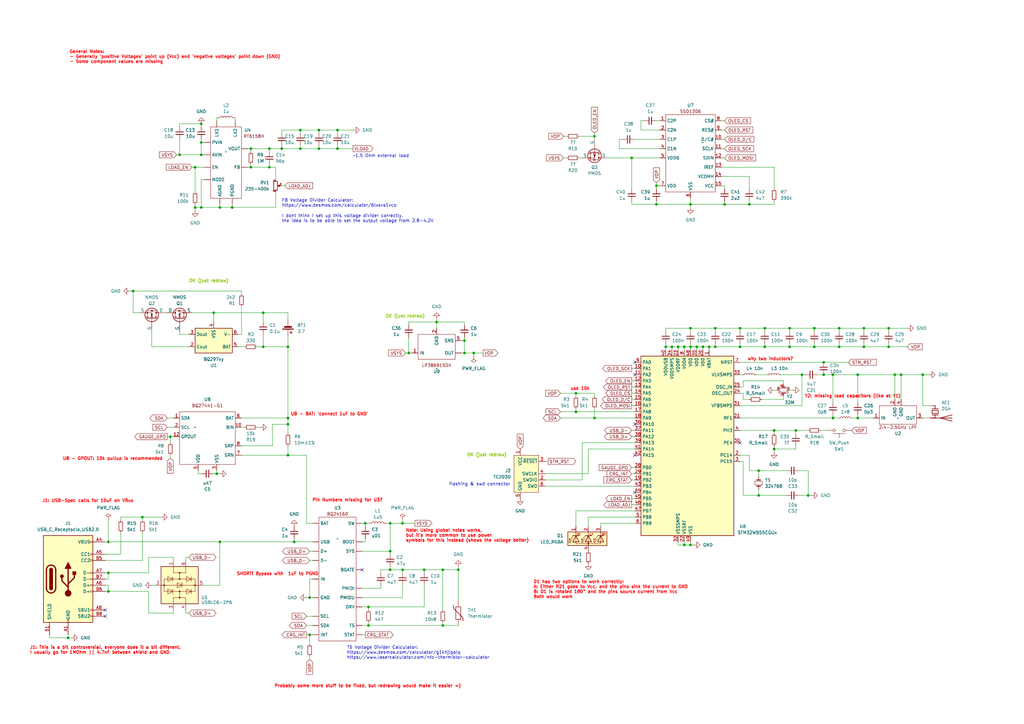
<source format=kicad_sch>
(kicad_sch (version 20231120) (generator "eeschema") (generator_version "8.0")
  (paper "A3")
  (junction (at 138.43 53.34))
  (junction (at 378.46 153.67))
  (junction (at 337.82 148.59))
  (junction (at 102.87 60.96))
  (junction (at 130.81 60.96))
  (junction (at 351.79 171.45))
  (junction (at 297.18 83.82))
  (junction (at 285.75 142.24))
  (junction (at 118.11 186.69))
  (junction (at 311.15 193.04))
  (junction (at 278.13 142.24))
  (junction (at 165.1 214.63))
  (junction (at 283.21 134.62))
  (junction (at 288.29 142.24))
  (junction (at 323.85 134.62))
  (junction (at 354.33 134.62))
  (junction (at 311.15 203.2))
  (junction (at 118.11 173.99))
  (junction (at 303.53 134.62))
  (junction (at 273.05 142.24))
  (junction (at 269.24 83.82))
  (junction (at 127 245.11))
  (junction (at 181.61 233.68))
  (junction (at 369.57 153.67))
  (junction (at 151.13 256.54))
  (junction (at 344.17 142.24))
  (junction (at 107.95 128.27))
  (junction (at 275.59 142.24))
  (junction (at 123.19 53.34))
  (junction (at 44.45 222.25))
  (junction (at 160.02 214.63))
  (junction (at 341.63 153.67))
  (junction (at 58.42 212.09))
  (junction (at 82.55 58.42))
  (junction (at 120.65 222.25))
  (junction (at 107.95 142.24))
  (junction (at 367.03 153.67))
  (junction (at 317.5 184.15))
  (junction (at 334.01 134.62))
  (junction (at 283.21 83.82))
  (junction (at 44.45 234.95))
  (junction (at 165.1 233.68))
  (junction (at 160.02 233.68))
  (junction (at 149.86 214.63))
  (junction (at 243.84 55.88))
  (junction (at 313.69 134.62))
  (junction (at 236.22 161.29))
  (junction (at 334.01 142.24))
  (junction (at 283.21 223.52))
  (junction (at 127 260.35))
  (junction (at 87.63 128.27))
  (junction (at 307.34 83.82))
  (junction (at 323.85 142.24))
  (junction (at 44.45 242.57))
  (junction (at 130.81 53.34))
  (junction (at 167.64 144.78))
  (junction (at 364.49 142.24))
  (junction (at 187.96 233.68))
  (junction (at 179.07 132.08))
  (junction (at 280.67 223.52))
  (junction (at 269.24 76.2))
  (junction (at 190.5 144.78))
  (junction (at 364.49 134.62))
  (junction (at 73.66 63.5))
  (junction (at 280.67 142.24))
  (junction (at 303.53 142.24))
  (junction (at 293.37 134.62))
  (junction (at 243.84 171.45))
  (junction (at 341.63 171.45))
  (junction (at 90.17 222.25))
  (junction (at 54.61 119.38))
  (junction (at 118.11 142.24))
  (junction (at 80.01 68.58))
  (junction (at 80.01 85.09))
  (junction (at 331.47 203.2))
  (junction (at 290.83 142.24))
  (junction (at 313.69 142.24))
  (junction (at 328.93 153.67))
  (junction (at 344.17 134.62))
  (junction (at 110.49 60.96))
  (junction (at 317.5 176.53))
  (junction (at 236.22 168.91))
  (junction (at 82.55 85.09))
  (junction (at 326.39 176.53))
  (junction (at 354.33 142.24))
  (junction (at 259.08 64.77))
  (junction (at 151.13 248.92))
  (junction (at 160.02 226.06))
  (junction (at 337.82 153.67))
  (junction (at 118.11 171.45))
  (junction (at 110.49 68.58))
  (junction (at 82.55 63.5))
  (junction (at 115.57 60.96))
  (junction (at 173.99 233.68))
  (junction (at 123.19 60.96))
  (junction (at 293.37 142.24))
  (junction (at 88.9 194.31))
  (junction (at 69.85 179.07))
  (junction (at 194.31 144.78))
  (junction (at 102.87 68.58))
  (junction (at 190.5 139.7))
  (junction (at 27.94 261.62))
  (junction (at 181.61 256.54))
  (junction (at 138.43 60.96))
  (junction (at 283.21 142.24))
  (junction (at 95.25 85.09))
  (junction (at 90.17 85.09))
  (junction (at 351.79 153.67))
  (junction (at 82.55 50.8))
  (no_connect (at 43.18 252.73))
  (no_connect (at 260.35 186.69))
  (no_connect (at 260.35 201.93))
  (no_connect (at 260.35 153.67))
  (no_connect (at 260.35 148.59))
  (no_connect (at 260.35 173.99))
  (no_connect (at 148.59 233.68))
  (no_connect (at 303.53 181.61))
  (no_connect (at 43.18 250.19))
  (wire (pts (xy 189.23 139.7) (xy 190.5 139.7)))
  (wire (pts (xy 321.31 163.83) (xy 312.42 163.83)))
  (wire (pts (xy 44.45 240.03) (xy 44.45 242.57)))
  (wire (pts (xy 105.41 142.24) (xy 107.95 142.24)))
  (wire (pts (xy 246.38 214.63) (xy 260.35 214.63)))
  (wire (pts (xy 76.2 228.6) (xy 77.47 228.6)))
  (wire (pts (xy 323.85 134.62) (xy 313.69 134.62)))
  (wire (pts (xy 73.66 52.07) (xy 73.66 50.8)))
  (wire (pts (xy 43.18 242.57) (xy 44.45 242.57)))
  (wire (pts (xy 243.84 171.45) (xy 260.35 171.45)))
  (wire (pts (xy 118.11 138.43) (xy 118.11 142.24)))
  (wire (pts (xy 344.17 134.62) (xy 344.17 135.89)))
  (wire (pts (xy 259.08 196.85) (xy 260.35 196.85)))
  (wire (pts (xy 125.73 260.35) (xy 127 260.35)))
  (wire (pts (xy 328.93 166.37) (xy 303.53 166.37)))
  (wire (pts (xy 311.15 200.66) (xy 311.15 203.2)))
  (wire (pts (xy 148.59 226.06) (xy 160.02 226.06)))
  (wire (pts (xy 280.67 223.52) (xy 283.21 223.52)))
  (wire (pts (xy 130.81 60.96) (xy 138.43 60.96)))
  (wire (pts (xy 102.87 68.58) (xy 110.49 68.58)))
  (wire (pts (xy 364.49 134.62) (xy 372.11 134.62)))
  (wire (pts (xy 259.08 83.82) (xy 259.08 82.55)))
  (wire (pts (xy 76.2 251.46) (xy 77.47 251.46)))
  (wire (pts (xy 381 153.67) (xy 378.46 153.67)))
  (wire (pts (xy 229.87 168.91) (xy 236.22 168.91)))
  (wire (pts (xy 328.93 153.67) (xy 320.04 153.67)))
  (wire (pts (xy 280.67 222.25) (xy 280.67 223.52)))
  (wire (pts (xy 80.01 68.58) (xy 83.82 68.58)))
  (wire (pts (xy 130.81 53.34) (xy 123.19 53.34)))
  (wire (pts (xy 293.37 134.62) (xy 293.37 135.89)))
  (wire (pts (xy 369.57 153.67) (xy 369.57 163.83)))
  (wire (pts (xy 167.64 144.78) (xy 167.64 138.43)))
  (wire (pts (xy 120.65 222.25) (xy 128.27 222.25)))
  (wire (pts (xy 148.59 214.63) (xy 149.86 214.63)))
  (wire (pts (xy 303.53 189.23) (xy 304.8 189.23)))
  (wire (pts (xy 107.95 132.08) (xy 107.95 128.27)))
  (wire (pts (xy 270.51 76.2) (xy 269.24 76.2)))
  (wire (pts (xy 115.57 53.34) (xy 115.57 54.61)))
  (wire (pts (xy 241.3 212.09) (xy 260.35 212.09)))
  (wire (pts (xy 326.39 182.88) (xy 326.39 184.15)))
  (wire (pts (xy 238.76 181.61) (xy 260.35 181.61)))
  (wire (pts (xy 66.04 212.09) (xy 58.42 212.09)))
  (wire (pts (xy 303.53 142.24) (xy 293.37 142.24)))
  (wire (pts (xy 311.15 193.04) (xy 311.15 195.58)))
  (wire (pts (xy 99.06 182.88) (xy 111.76 182.88)))
  (wire (pts (xy 149.86 214.63) (xy 149.86 215.9)))
  (wire (pts (xy 280.67 143.51) (xy 280.67 142.24)))
  (wire (pts (xy 125.73 252.73) (xy 128.27 252.73)))
  (wire (pts (xy 111.76 173.99) (xy 118.11 173.99)))
  (wire (pts (xy 317.5 160.02) (xy 318.77 160.02)))
  (wire (pts (xy 323.85 134.62) (xy 334.01 134.62)))
  (wire (pts (xy 241.3 184.15) (xy 241.3 194.31)))
  (wire (pts (xy 99.06 137.16) (xy 97.79 137.16)))
  (wire (pts (xy 69.85 179.07) (xy 69.85 181.61)))
  (wire (pts (xy 144.78 53.34) (xy 138.43 53.34)))
  (wire (pts (xy 293.37 134.62) (xy 283.21 134.62)))
  (wire (pts (xy 82.55 57.15) (xy 82.55 58.42)))
  (wire (pts (xy 90.17 85.09) (xy 95.25 85.09)))
  (wire (pts (xy 160.02 233.68) (xy 160.02 232.41)))
  (wire (pts (xy 334.01 134.62) (xy 344.17 134.62)))
  (wire (pts (xy 82.55 85.09) (xy 90.17 85.09)))
  (wire (pts (xy 49.53 213.36) (xy 49.53 212.09)))
  (wire (pts (xy 127 229.87) (xy 128.27 229.87)))
  (wire (pts (xy 20.32 260.35) (xy 20.32 261.62)))
  (wire (pts (xy 254 60.96) (xy 270.51 60.96)))
  (wire (pts (xy 179.07 134.62) (xy 179.07 132.08)))
  (wire (pts (xy 73.66 135.89) (xy 73.66 137.16)))
  (wire (pts (xy 111.76 182.88) (xy 111.76 173.99)))
  (wire (pts (xy 238.76 181.61) (xy 238.76 196.85)))
  (wire (pts (xy 351.79 153.67) (xy 341.63 153.67)))
  (wire (pts (xy 165.1 234.95) (xy 165.1 233.68)))
  (wire (pts (xy 238.76 196.85) (xy 223.52 196.85)))
  (wire (pts (xy 156.21 240.03) (xy 156.21 241.3)))
  (wire (pts (xy 81.28 194.31) (xy 81.28 193.04)))
  (wire (pts (xy 160.02 233.68) (xy 165.1 233.68)))
  (wire (pts (xy 260.35 57.15) (xy 270.51 57.15)))
  (wire (pts (xy 248.92 64.77) (xy 259.08 64.77)))
  (wire (pts (xy 87.63 128.27) (xy 78.74 128.27)))
  (wire (pts (xy 167.64 144.78) (xy 168.91 144.78)))
  (wire (pts (xy 187.96 232.41) (xy 187.96 233.68)))
  (wire (pts (xy 160.02 233.68) (xy 156.21 233.68)))
  (wire (pts (xy 102.87 60.96) (xy 102.87 62.23)))
  (wire (pts (xy 149.86 214.63) (xy 151.13 214.63)))
  (wire (pts (xy 330.2 153.67) (xy 328.93 153.67)))
  (wire (pts (xy 322.58 193.04) (xy 311.15 193.04)))
  (wire (pts (xy 246.38 214.63) (xy 246.38 215.9)))
  (wire (pts (xy 317.5 182.88) (xy 317.5 184.15)))
  (wire (pts (xy 82.55 73.66) (xy 82.55 85.09)))
  (wire (pts (xy 76.2 250.19) (xy 76.2 251.46)))
  (wire (pts (xy 102.87 68.58) (xy 101.6 68.58)))
  (wire (pts (xy 280.67 142.24) (xy 283.21 142.24)))
  (wire (pts (xy 80.01 83.82) (xy 80.01 85.09)))
  (wire (pts (xy 223.52 199.39) (xy 260.35 199.39)))
  (wire (pts (xy 71.12 179.07) (xy 69.85 179.07)))
  (wire (pts (xy 317.5 83.82) (xy 307.34 83.82)))
  (wire (pts (xy 283.21 83.82) (xy 269.24 83.82)))
  (wire (pts (xy 288.29 142.24) (xy 290.83 142.24)))
  (wire (pts (xy 304.8 153.67) (xy 303.53 153.67)))
  (wire (pts (xy 148.59 241.3) (xy 156.21 241.3)))
  (wire (pts (xy 273.05 143.51) (xy 273.05 142.24)))
  (wire (pts (xy 307.34 82.55) (xy 307.34 83.82)))
  (wire (pts (xy 264.16 49.53) (xy 262.89 49.53)))
  (wire (pts (xy 259.08 161.29) (xy 260.35 161.29)))
  (wire (pts (xy 229.87 171.45) (xy 243.84 171.45)))
  (wire (pts (xy 335.28 153.67) (xy 337.82 153.67)))
  (wire (pts (xy 118.11 128.27) (xy 107.95 128.27)))
  (wire (pts (xy 303.53 171.45) (xy 341.63 171.45)))
  (wire (pts (xy 187.96 256.54) (xy 181.61 256.54)))
  (wire (pts (xy 115.57 59.69) (xy 115.57 60.96)))
  (wire (pts (xy 351.79 153.67) (xy 351.79 165.1)))
  (wire (pts (xy 283.21 134.62) (xy 273.05 134.62)))
  (wire (pts (xy 236.22 209.55) (xy 236.22 215.9)))
  (wire (pts (xy 317.5 68.58) (xy 317.5 77.47)))
  (wire (pts (xy 105.41 175.26) (xy 106.68 175.26)))
  (wire (pts (xy 78.74 68.58) (xy 80.01 68.58)))
  (wire (pts (xy 317.5 184.15) (xy 317.5 185.42)))
  (wire (pts (xy 341.63 170.18) (xy 341.63 171.45)))
  (wire (pts (xy 344.17 142.24) (xy 354.33 142.24)))
  (wire (pts (xy 110.49 62.23) (xy 110.49 60.96)))
  (wire (pts (xy 68.58 171.45) (xy 71.12 171.45)))
  (wire (pts (xy 62.23 240.03) (xy 63.5 240.03)))
  (wire (pts (xy 269.24 74.93) (xy 269.24 76.2)))
  (wire (pts (xy 313.69 140.97) (xy 313.69 142.24)))
  (wire (pts (xy 303.53 134.62) (xy 293.37 134.62)))
  (wire (pts (xy 273.05 134.62) (xy 273.05 135.89)))
  (wire (pts (xy 297.18 83.82) (xy 283.21 83.82)))
  (wire (pts (xy 328.93 166.37) (xy 328.93 153.67)))
  (wire (pts (xy 99.06 175.26) (xy 100.33 175.26)))
  (wire (pts (xy 331.47 193.04) (xy 331.47 203.2)))
  (wire (pts (xy 259.08 158.75) (xy 260.35 158.75)))
  (wire (pts (xy 80.01 86.36) (xy 80.01 85.09)))
  (wire (pts (xy 113.03 78.74) (xy 113.03 85.09)))
  (wire (pts (xy 82.55 58.42) (xy 83.82 58.42)))
  (wire (pts (xy 341.63 153.67) (xy 341.63 165.1)))
  (wire (pts (xy 194.31 144.78) (xy 194.31 146.05)))
  (wire (pts (xy 125.73 256.54) (xy 128.27 256.54)))
  (wire (pts (xy 118.11 128.27) (xy 118.11 130.81)))
  (wire (pts (xy 54.61 128.27) (xy 54.61 119.38)))
  (wire (pts (xy 254 57.15) (xy 254 60.96)))
  (wire (pts (xy 313.69 142.24) (xy 303.53 142.24)))
  (wire (pts (xy 151.13 256.54) (xy 151.13 255.27)))
  (wire (pts (xy 179.07 132.08) (xy 190.5 132.08)))
  (wire (pts (xy 243.84 55.88) (xy 243.84 57.15)))
  (wire (pts (xy 304.8 158.75) (xy 304.8 156.21)))
  (wire (pts (xy 283.21 142.24) (xy 283.21 143.51)))
  (wire (pts (xy 354.33 134.62) (xy 354.33 135.89)))
  (wire (pts (xy 90.17 222.25) (xy 120.65 222.25)))
  (wire (pts (xy 303.53 148.59) (xy 337.82 148.59)))
  (wire (pts (xy 68.58 179.07) (xy 69.85 179.07)))
  (wire (pts (xy 60.96 242.57) (xy 60.96 251.46)))
  (wire (pts (xy 243.84 54.61) (xy 243.84 55.88)))
  (wire (pts (xy 44.45 222.25) (xy 90.17 222.25)))
  (wire (pts (xy 255.27 57.15) (xy 254 57.15)))
  (wire (pts (xy 125.73 245.11) (xy 127 245.11)))
  (wire (pts (xy 307.34 186.69) (xy 303.53 186.69)))
  (wire (pts (xy 77.47 142.24) (xy 62.23 142.24)))
  (wire (pts (xy 295.91 60.96) (xy 297.18 60.96)))
  (wire (pts (xy 198.12 144.78) (xy 194.31 144.78)))
  (wire (pts (xy 259.08 204.47) (xy 260.35 204.47)))
  (wire (pts (xy 260.35 179.07) (xy 259.08 179.07)))
  (wire (pts (xy 179.07 132.08) (xy 179.07 130.81)))
  (wire (pts (xy 364.49 135.89) (xy 364.49 134.62)))
  (wire (pts (xy 295.91 64.77) (xy 297.18 64.77)))
  (wire (pts (xy 358.14 171.45) (xy 351.79 171.45)))
  (wire (pts (xy 167.64 132.08) (xy 179.07 132.08)))
  (wire (pts (xy 278.13 142.24) (xy 280.67 142.24)))
  (wire (pts (xy 165.1 233.68) (xy 173.99 233.68)))
  (wire (pts (xy 58.42 229.87) (xy 58.42 218.44)))
  (wire (pts (xy 125.73 214.63) (xy 128.27 214.63)))
  (wire (pts (xy 321.31 156.21) (xy 321.31 157.48)))
  (wire (pts (xy 43.18 229.87) (xy 58.42 229.87)))
  (wire (pts (xy 20.32 261.62) (xy 27.94 261.62)))
  (wire (pts (xy 283.21 134.62) (xy 283.21 135.89)))
  (wire (pts (xy 43.18 237.49) (xy 44.45 237.49)))
  (wire (pts (xy 110.49 60.96) (xy 115.57 60.96)))
  (wire (pts (xy 290.83 142.24) (xy 290.83 143.51)))
  (wire (pts (xy 173.99 240.03) (xy 173.99 248.92)))
  (wire (pts (xy 304.8 203.2) (xy 311.15 203.2)))
  (wire (pts (xy 44.45 234.95) (xy 60.96 234.95)))
  (wire (pts (xy 73.66 50.8) (xy 82.55 50.8)))
  (wire (pts (xy 76.2 228.6) (xy 76.2 229.87)))
  (wire (pts (xy 69.85 186.69) (xy 69.85 187.96)))
  (wire (pts (xy 314.96 153.67) (xy 309.88 153.67)))
  (wire (pts (xy 190.5 139.7) (xy 190.5 138.43)))
  (wire (pts (xy 351.79 171.45) (xy 349.25 171.45)))
  (wire (pts (xy 311.15 193.04) (xy 307.34 193.04)))
  (wire (pts (xy 173.99 233.68) (xy 173.99 234.95)))
  (wire (pts (xy 321.31 162.56) (xy 321.31 163.83)))
  (wire (pts (xy 378.46 153.67) (xy 378.46 166.37)))
  (wire (pts (xy 307.34 83.82) (xy 297.18 83.82)))
  (wire (pts (xy 290.83 142.24) (xy 293.37 142.24)))
  (wire (pts (xy 43.18 234.95) (xy 44.45 234.95)))
  (wire (pts (xy 307.34 193.04) (xy 307.34 186.69)))
  (wire (pts (xy 27.94 261.62) (xy 29.21 261.62)))
  (wire (pts (xy 49.53 212.09) (xy 58.42 212.09)))
  (wire (pts (xy 339.09 176.53) (xy 336.55 176.53)))
  (wire (pts (xy 354.33 140.97) (xy 354.33 142.24)))
  (wire (pts (xy 158.75 214.63) (xy 160.02 214.63)))
  (wire (pts (xy 82.55 52.07) (xy 82.55 50.8)))
  (wire (pts (xy 334.01 142.24) (xy 344.17 142.24)))
  (wire (pts (xy 110.49 60.96) (xy 102.87 60.96)))
  (wire (pts (xy 259.08 156.21) (xy 260.35 156.21)))
  (wire (pts (xy 259.08 191.77) (xy 260.35 191.77)))
  (wire (pts (xy 60.96 228.6) (xy 71.12 228.6)))
  (wire (pts (xy 285.75 142.24) (xy 285.75 143.51)))
  (wire (pts (xy 331.47 193.04) (xy 327.66 193.04)))
  (wire (pts (xy 323.85 134.62) (xy 323.85 135.89)))
  (wire (pts (xy 71.12 228.6) (xy 71.12 229.87)))
  (wire (pts (xy 323.85 140.97) (xy 323.85 142.24)))
  (wire (pts (xy 96.52 48.26) (xy 96.52 49.53)))
  (wire (pts (xy 326.39 176.53) (xy 317.5 176.53)))
  (wire (pts (xy 118.11 173.99) (xy 118.11 177.8)))
  (wire (pts (xy 80.01 85.09) (xy 82.55 85.09)))
  (wire (pts (xy 297.18 82.55) (xy 297.18 83.82)))
  (wire (pts (xy 317.5 176.53) (xy 317.5 177.8)))
  (wire (pts (xy 125.73 186.69) (xy 125.73 214.63)))
  (wire (pts (xy 120.65 220.98) (xy 120.65 222.25)))
  (wire (pts (xy 367.03 153.67) (xy 367.03 163.83)))
  (wire (pts (xy 107.95 142.24) (xy 107.95 137.16)))
  (wire (pts (xy 378.46 171.45) (xy 381 171.45)))
  (wire (pts (xy 125.73 186.69) (xy 118.11 186.69)))
  (wire (pts (xy 113.03 68.58) (xy 113.03 73.66)))
  (wire (pts (xy 283.21 222.25) (xy 283.21 223.52)))
  (wire (pts (xy 283.21 142.24) (xy 285.75 142.24)))
  (wire (pts (xy 181.61 255.27) (xy 181.61 256.54)))
  (wire (pts (xy 148.59 245.11) (xy 165.1 245.11)))
  (wire (pts (xy 88.9 194.31) (xy 88.9 193.04)))
  (wire (pts (xy 88.9 48.26) (xy 88.9 49.53)))
  (wire (pts (xy 58.42 212.09) (xy 58.42 213.36)))
  (wire (pts (xy 231.14 64.77) (xy 232.41 64.77)))
  (wire (pts (xy 123.19 60.96) (xy 130.81 60.96)))
  (wire (pts (xy 167.64 133.35) (xy 167.64 132.08)))
  (wire (pts (xy 364.49 140.97) (xy 364.49 142.24)))
  (wire (pts (xy 237.49 64.77) (xy 238.76 64.77)))
  (wire (pts (xy 101.6 60.96) (xy 102.87 60.96)))
  (wire (pts (xy 160.02 226.06) (xy 160.02 227.33)))
  (wire (pts (xy 241.3 184.15) (xy 260.35 184.15)))
  (wire (pts (xy 60.96 234.95) (xy 60.96 228.6)))
  (wire (pts (xy 181.61 233.68) (xy 181.61 250.19)))
  (wire (pts (xy 60.96 251.46) (xy 71.12 251.46)))
  (wire (pts (xy 149.86 222.25) (xy 149.86 220.98)))
  (wire (pts (xy 73.66 57.15) (xy 73.66 63.5)))
  (wire (pts (xy 303.53 176.53) (xy 317.5 176.53)))
  (wire (pts (xy 304.8 163.83) (xy 304.8 161.29)))
  (wire (pts (xy 236.22 168.91) (xy 260.35 168.91)))
  (wire (pts (xy 332.74 203.2) (xy 331.47 203.2)))
  (wire (pts (xy 278.13 223.52) (xy 280.67 223.52)))
  (wire (pts (xy 351.79 170.18) (xy 351.79 171.45)))
  (wire (pts (xy 307.34 163.83) (xy 304.8 163.83)))
  (wire (pts (xy 259.08 77.47) (xy 259.08 64.77)))
  (wire (pts (xy 90.17 83.82) (xy 90.17 85.09)))
  (wire (pts (xy 87.63 132.08) (xy 87.63 128.27)))
  (wire (pts (xy 43.18 240.03) (xy 44.45 240.03)))
  (wire (pts (xy 156.21 234.95) (xy 156.21 233.68)))
  (wire (pts (xy 127 260.35) (xy 128.27 260.35)))
  (wire (pts (xy 241.3 194.31) (xy 223.52 194.31)))
  (wire (pts (xy 243.84 161.29) (xy 236.22 161.29)))
  (wire (pts (xy 82.55 63.5) (xy 82.55 58.42)))
  (wire (pts (xy 160.02 214.63) (xy 165.1 214.63)))
  (wire (pts (xy 44.45 242.57) (xy 60.96 242.57)))
  (wire (pts (xy 334.01 140.97) (xy 334.01 142.24)))
  (wire (pts (xy 334.01 142.24) (xy 323.85 142.24)))
  (wire (pts (xy 331.47 203.2) (xy 327.66 203.2)))
  (wire (pts (xy 269.24 49.53) (xy 270.51 49.53)))
  (wire (pts (xy 190.5 144.78) (xy 190.5 139.7)))
  (wire (pts (xy 295.91 57.15) (xy 297.18 57.15)))
  (wire (pts (xy 259.08 151.13) (xy 260.35 151.13)))
  (wire (pts (xy 118.11 142.24) (xy 118.11 171.45)))
  (wire (pts (xy 283.21 83.82) (xy 283.21 85.09)))
  (wire (pts (xy 130.81 59.69) (xy 130.81 60.96)))
  (wire (pts (xy 187.96 233.68) (xy 187.96 246.38)))
  (wire (pts (xy 243.84 162.56) (xy 243.84 161.29)))
  (wire (pts (xy 110.49 67.31) (xy 110.49 68.58)))
  (wire (pts (xy 71.12 251.46) (xy 71.12 250.19)))
  (wire (pts (xy 303.53 140.97) (xy 303.53 142.24)))
  (wire (pts (xy 269.24 76.2) (xy 269.24 77.47)))
  (wire (pts (xy 127 260.35) (xy 127 264.16)))
  (wire (pts (xy 259.08 163.83) (xy 260.35 163.83)))
  (wire (pts (xy 313.69 134.62) (xy 303.53 134.62)))
  (wire (pts (xy 295.91 53.34) (xy 297.18 53.34)))
  (wire (pts (xy 326.39 184.15) (xy 317.5 184.15)))
  (wire (pts (xy 138.43 59.69) (xy 138.43 60.96)))
  (wire (pts (xy 99.06 120.65) (xy 99.06 119.38)))
  (wire (pts (xy 337.82 153.67) (xy 341.63 153.67)))
  (wire (pts (xy 317.5 82.55) (xy 317.5 83.82)))
  (wire (pts (xy 322.58 203.2) (xy 311.15 203.2)))
  (wire (pts (xy 99.06 171.45) (xy 118.11 171.45)))
  (wire (pts (xy 127 237.49) (xy 127 245.11)))
  (wire (pts (xy 107.95 142.24) (xy 118.11 142.24)))
  (wire (pts (xy 138.43 60.96) (xy 144.78 60.96)))
  (wire (pts (xy 107.95 128.27) (xy 87.63 128.27)))
  (wire (pts (xy 148.59 260.35) (xy 149.86 260.35)))
  (wire (pts (xy 285.75 142.24) (xy 288.29 142.24)))
  (wire (pts (xy 293.37 140.97) (xy 293.37 142.24)))
  (wire (pts (xy 354.33 134.62) (xy 364.49 134.62)))
  (wire (pts (xy 44.45 213.36) (xy 44.45 222.25)))
  (wire (pts (xy 138.43 53.34) (xy 138.43 54.61)))
  (wire (pts (xy 236.22 209.55) (xy 260.35 209.55)))
  (wire (pts (xy 283.21 81.28) (xy 283.21 83.82)))
  (wire (pts (xy 337.82 148.59) (xy 347.98 148.59)))
  (wire (pts (xy 344.17 171.45) (xy 341.63 171.45)))
  (wire (pts (xy 378.46 153.67) (xy 369.57 153.67)))
  (wire (pts (xy 278.13 222.25) (xy 278.13 223.52)))
  (wire (pts (xy 123.19 53.34) (xy 115.57 53.34)))
  (wire (pts (xy 189.23 144.78) (xy 190.5 144.78)))
  (wire (pts (xy 278.13 142.24) (xy 278.13 143.51)))
  (wire (pts (xy 53.34 119.38) (xy 54.61 119.38)))
  (wire (pts (xy 83.82 63.5) (xy 82.55 63.5)))
  (wire (pts (xy 90.17 194.31) (xy 88.9 194.31)))
  (wire (pts (xy 303.53 134.62) (xy 303.53 135.89)))
  (wire (pts (xy 334.01 134.62) (xy 334.01 135.89)))
  (wire (pts (xy 160.02 214.63) (xy 160.02 226.06)))
  (wire (pts (xy 167.64 144.78) (xy 166.37 144.78)))
  (wire (pts (xy 259.08 194.31) (xy 260.35 194.31)))
  (wire (pts (xy 354.33 142.24) (xy 364.49 142.24)))
  (wire (pts (xy 123.19 53.34) (xy 123.19 54.61)))
  (wire (pts (xy 138.43 53.34) (xy 130.81 53.34)))
  (wire (pts (xy 83.82 73.66) (xy 82.55 73.66)))
  (wire (pts (xy 259.08 207.01) (xy 260.35 207.01)))
  (wire (pts (xy 49.53 227.33) (xy 49.53 218.44)))
  (wire (pts (xy 44.45 237.49) (xy 44.45 234.95)))
  (wire (pts (xy 43.18 227.33) (xy 49.53 227.33)))
  (wire (pts (xy 241.3 212.09) (xy 241.3 215.9)))
  (wire (pts (xy 304.8 189.23) (xy 304.8 203.2)))
  (wire (pts (xy 297.18 76.2) (xy 295.91 76.2)))
  (wire (pts (xy 95.25 85.09) (xy 113.03 85.09)))
  (wire (pts (xy 130.81 53.34) (xy 130.81 54.61)))
  (wire (pts (xy 288.29 142.24) (xy 288.29 143.51)))
  (wire (pts (xy 88.9 194.31) (xy 87.63 194.31)))
  (wire (pts (xy 173.99 233.68) (xy 181.61 233.68)))
  (wire (pts (xy 190.5 132.08) (xy 190.5 133.35)))
  (wire (pts (xy 127 245.11) (xy 128.27 245.11)))
  (wire (pts (xy 165.1 213.36) (xy 165.1 214.63)))
  (wire (pts (xy 95.25 83.82) (xy 95.25 85.09)))
  (wire (pts (xy 243.84 167.64) (xy 243.84 171.45)))
  (wire (pts (xy 259.08 166.37) (xy 260.35 166.37)))
  (wire (pts (xy 118.11 186.69) (xy 99.06 186.69)))
  (wire (pts (xy 295.91 68.58) (xy 317.5 68.58)))
  (wire (pts (xy 275.59 142.24) (xy 275.59 143.51)))
  (wire (pts (xy 148.59 222.25) (xy 149.86 222.25)))
  (wire (pts (xy 326.39 176.53) (xy 331.47 176.53)))
  (wire (pts (xy 165.1 214.63) (xy 170.18 214.63)))
  (wire (pts (xy 273.05 140.97) (xy 273.05 142.24)))
  (wire (pts (xy 57.15 128.27) (xy 54.61 128.27)))
  (wire (pts (xy 304.8 156.21) (xy 321.31 156.21)))
  (wire (pts (xy 68.58 128.27) (xy 67.31 128.27)))
  (wire (pts (xy 82.55 194.31) (xy 81.28 194.31)))
  (wire (pts (xy 118.11 182.88) (xy 118.11 186.69)))
  (wire (pts (xy 297.18 77.47) (xy 297.18 76.2)))
  (wire (pts (xy 381 166.37) (xy 378.46 166.37)))
  (wire (pts (xy 27.94 260.35) (xy 27.94 261.62)))
  (wire (pts (xy 367.03 153.67) (xy 351.79 153.67)))
  (wire (pts (xy 99.06 137.16) (xy 99.06 125.73)))
  (wire (pts (xy 151.13 248.92) (xy 148.59 248.92)))
  (wire (pts (xy 231.14 55.88) (xy 232.41 55.88)))
  (wire (pts (xy 224.79 189.23) (xy 223.52 189.23)))
  (wire (pts (xy 62.23 142.24) (xy 62.23 135.89)))
  (wire (pts (xy 90.17 240.03) (xy 90.17 222.25)))
  (wire (pts (xy 72.39 63.5) (xy 73.66 63.5)))
  (wire (pts (xy 102.87 67.31) (xy 102.87 68.58)))
  (wire (pts (xy 118.11 171.45) (xy 118.11 173.99)))
  (wire (pts (xy 236.22 162.56) (xy 236.22 161.29)))
  (wire (pts (xy 236.22 161.29) (xy 229.87 161.29)))
  (wire (pts (xy 295.91 49.53) (xy 297.18 49.53)))
  (wire (pts (xy 83.82 240.03) (xy 90.17 240.03)))
  (wire (pts (xy 127 269.24) (xy 127 270.51)))
  (wire (pts (xy 269.24 82.55) (xy 269.24 83.82)))
  (wire (pts (xy 262.89 49.53) (xy 262.89 53.34)))
  (wire (pts (xy 151.13 248.92) (xy 151.13 250.19)))
  (wire (pts (xy 113.03 68.58) (xy 110.49 68.58)))
  (wire (pts (xy 97.79 142.24) (xy 100.33 142.24)))
  (wire (pts (xy 127 226.06) (xy 128.27 226.06)))
  (wire (pts (xy 313.69 134.62) (xy 313.69 135.89)))
  (wire (pts (xy 259.08 64.77) (xy 270.51 64.77)))
  (wire (pts (xy 73.66 63.5) (xy 82.55 63.5)))
  (wire (pts (xy 283.21 223.52) (xy 284.48 223.52)))
  (wire (pts (xy 237.49 55.88) (xy 243.84 55.88)))
  (wire (pts (xy 115.57 76.2) (xy 116.84 76.2)))
  (wire (pts (xy 275.59 142.24) (xy 278.13 142.24)))
  (wire (pts (xy 190.5 144.78) (xy 194.31 144.78)))
  (wire (pts (xy 283.21 140.97) (xy 283.21 142.24)))
  (wire (pts (xy 43.18 222.25) (xy 44.45 222.25)))
  (wire (pts (xy 304.8 161.29) (xy 303.53 161.29)))
  (wire (pts (xy 269.24 83.82) (xy 259.08 83.82)))
  (wire (pts (xy 68.58 175.26) (xy 71.12 175.26)))
  (wire (pts (xy 344.17 134.62) (xy 354.33 134.62)))
  (wire (pts (xy 364.49 142.24) (xy 372.11 142.24)))
  (wire (pts (xy 307.34 72.39) (xy 295.91 72.39)))
  (wire (pts (xy 73.66 137.16) (xy 77.47 137.16)))
  (wire (pts (xy 148.59 256.54) (xy 151.13 256.54)))
  (wire (pts (xy 369.57 153.67) (xy 367.03 153.67)))
  (wire (pts (xy 307.34 77.47) (xy 307.34 72.39)))
  (wire (pts (xy 236.22 167.64) (xy 236.22 168.91)))
  (wire (pts (xy 273.05 142.24) (xy 275.59 142.24)))
  (wire (pts (xy 344.17 140.97) (xy 344.17 142.24)))
  (wire (pts (xy 304.8 158.75) (xy 303.53 158.75)))
  (wire (pts (xy 173.99 248.92) (xy 151.13 248.92)))
  (wire (pts (xy 323.85 142.24) (xy 313.69 142.24)))
  (wire (pts (xy 181.61 256.54) (xy 151.13 256.54)))
  (wire (pts (xy 54.61 119.38) (xy 99.06 119.38)))
  (wire (pts (xy 80.01 68.58) (xy 80.01 78.74)))
  (wire (pts (xy 323.85 160.02) (xy 325.12 160.02)))
  (wire (pts (xy 128.27 237.49) (xy 127 237.49)))
  (wire (pts (xy 123.19 59.69) (xy 123.19 60.96)))
  (wire (pts (xy 165.1 240.03) (xy 165.1 245.11)))
  (wire (pts (xy 181.61 233.68) (xy 187.96 233.68)))
  (wire (pts (xy 262.89 53.34) (xy 270.51 53.34)))
  (wire (pts (xy 260.35 176.53) (xy 259.08 176.53)))
  (wire (pts (xy 115.57 60.96) (xy 123.19 60.96)))
  (wire (pts (xy 326.39 177.8) (xy 326.39 176.53)))
  (text "Pin Numbers missing for U3?" (at 128.016 205.232 0) (effects (font (size 1.27 1.27) (thickness 0.254) (bold yes)) (justify left)))
  (text "OK (just redraw)" (at 77.47 115.316 0) (effects (font (size 1.27 1.27) (thickness 0.254) (bold yes)) (justify left)))
  (text "Note: Using global notes works, \nbut it's more common to use power \nsymbols for this instead (shows the voltage better)" (at 166.37 219.71 0) (effects (font (size 1.27 1.27) (thickness 0.254) (bold yes)) (justify left)))
  (text "use 10k\n" (at 233.934 159.512 0) (effects (font (size 1.27 1.27) (thickness 0.254) (bold yes)) (justify left)))
  (text "SHORT! Bypass with  1uF to PGND\n" (at 97.028 235.458 0) (effects (font (size 1.27 1.27) (thickness 0.254) (bold yes)) (justify left)))
  (text "OK (just redraw)" (at 157.988 129.794 0) (effects (font (size 1.27 1.27) (thickness 0.254) (bold yes)) (justify left)))
  (text "FB Voltage Divider Calculator:\nhttps://www.desmos.com/calculator/6lxsvs1vco" (at 115.57 85.09 0) (effects (font (size 1.27 1.27)) (justify left bottom)))
  (text "J1: This is a bit controversial, everyone does it a bit different. \nI usually go for 1MOhm || 4.7nF between shield and GND" (at 12.192 266.7 0) (effects (font (size 1.27 1.27) (thickness 0.254) (bold yes)) (justify left)))
  (text "I dont think I set up this voltage divider correctly.\nthe idea is to be able to set the output voltage from 2.8-4.2V" (at 115.57 91.44 0) (effects (font (size 1.27 1.27)) (justify left bottom)))
  (text "U8 - GPOUT: 10k pullup is recommended" (at 25.654 188.214 0) (effects (font (size 1.27 1.27) (thickness 0.254) (bold yes)) (justify left)))
  (text "General Notes:\n- Generally 'positive Voltages' point up (Vcc) and 'negative voltages' point down (GND)\n- Some component values are missing" (at 28.448 23.368 0) (effects (font (size 1.27 1.27) (thickness 0.254) (bold yes)) (justify left)))
  (text "Y2: missing load capacitors (like at Y1)" (at 329.946 162.56 0) (effects (font (size 1.27 1.27) (thickness 0.254) (bold yes)) (justify left)))
  (text "flashing & swd connector" (at 184.15 199.39 0) (effects (font (size 1.27 1.27)) (justify left bottom)))
  (text "why two inductors?" (at 306.578 147.32 0) (effects (font (size 1.27 1.27) (thickness 0.254) (bold yes)) (justify left)))
  (text "D1 has two options to work correctly:\nA: Either R21 goes to Vcc, and the pins sink the current to GND\nB: D1 is rotated 180° and the pins source current from Vcc\nBoth would work \n" (at 218.694 241.808 0) (effects (font (size 1.27 1.27) (thickness 0.254) (bold yes)) (justify left)))
  (text "OK (just redraw)" (at 191.516 186.69 0) (effects (font (size 1.27 1.27) (thickness 0.254) (bold yes)) (justify left)))
  (text "Probably some more stuff to be fixed, but redrawing would make it easier =)" (at 112.522 281.432 0) (effects (font (size 1.27 1.27) (thickness 0.254) (bold yes)) (justify left)))
  (text "J1: USB-Spec calls for 10uF on VBus" (at 17.272 205.486 0) (effects (font (size 1.27 1.27) (thickness 0.254) (bold yes)) (justify left)))
  (text "~1.5 Ohm external load" (at 144.78 64.77 0) (effects (font (size 1.27 1.27)) (justify left bottom)))
  (text "U8 - BAT: 'connect 1uF to GND'" (at 119.126 169.926 0) (effects (font (size 1.27 1.27) (thickness 0.254) (bold yes)) (justify left)))
  (text "TS Voltage Divider Calculator:\nhttps://www.desmos.com/calculator/g1khjlpplq\nhttps://www.lasercalculator.com/ntc-thermistor-calculator" (at 142.24 270.51 0) (effects (font (size 1.27 1.27)) (justify left bottom)))
  (global_label "VLOAD" (shape output) (at 144.78 60.96 0) (property "Intersheetrefs" "${INTERSHEET_REFS}" (effects (hide yes))))
  (global_label "USB_D-" (shape bidirectional) (at 77.47 228.6 0) (property "Intersheetrefs" "${INTERSHEET_REFS}" (effects (hide yes))))
  (global_label "VOP" (shape input) (at 372.11 142.24 0) (property "Intersheetrefs" "${INTERSHEET_REFS}" (effects (hide yes))))
  (global_label "SCL" (shape input) (at 229.87 168.91 180) (property "Intersheetrefs" "${INTERSHEET_REFS}" (effects (hide yes))))
  (global_label "SCL" (shape input) (at 125.73 252.73 180) (property "Intersheetrefs" "${INTERSHEET_REFS}" (effects (hide yes))))
  (global_label "OLED_EN" (shape input) (at 243.84 54.61 90) (property "Intersheetrefs" "${INTERSHEET_REFS}" (effects (hide yes))))
  (global_label "SDA" (shape bidirectional) (at 68.58 171.45 180) (property "Intersheetrefs" "${INTERSHEET_REFS}" (effects (hide yes))))
  (global_label "CRG_INT" (shape output) (at 125.73 260.35 180) (property "Intersheetrefs" "${INTERSHEET_REFS}" (effects (hide yes))))
  (global_label "USB_D+" (shape bidirectional) (at 259.08 179.07 180) (property "Intersheetrefs" "${INTERSHEET_REFS}" (effects (hide yes))))
  (global_label "USB_D-" (shape bidirectional) (at 259.08 176.53 180) (property "Intersheetrefs" "${INTERSHEET_REFS}" (effects (hide yes))))
  (global_label "VOP" (shape input) (at 231.14 55.88 180) (property "Intersheetrefs" "${INTERSHEET_REFS}" (effects (hide yes))))
  (global_label "LOAD_EN" (shape output) (at 259.08 204.47 180) (property "Intersheetrefs" "${INTERSHEET_REFS}" (effects (hide yes))))
  (global_label "OLED_CS" (shape input) (at 297.18 49.53 0) (property "Intersheetrefs" "${INTERSHEET_REFS}" (effects (hide yes))))
  (global_label "SCL" (shape input) (at 68.58 175.26 180) (property "Intersheetrefs" "${INTERSHEET_REFS}" (effects (hide yes))))
  (global_label "OLED_MOSI" (shape input) (at 297.18 64.77 0) (property "Intersheetrefs" "${INTERSHEET_REFS}" (effects (hide yes))))
  (global_label "VOP" (shape input) (at 127 270.51 270) (property "Intersheetrefs" "${INTERSHEET_REFS}" (effects (hide yes))))
  (global_label "OLED_RST" (shape output) (at 259.08 158.75 180) (property "Intersheetrefs" "${INTERSHEET_REFS}" (effects (hide yes))))
  (global_label "VOP" (shape input) (at 349.25 176.53 0) (property "Intersheetrefs" "${INTERSHEET_REFS}" (effects (hide yes))))
  (global_label "LOAD_ADJ" (shape input) (at 116.84 76.2 0) (property "Intersheetrefs" "${INTERSHEET_REFS}" (effects (hide yes))))
  (global_label "OLED_MOSI" (shape output) (at 259.08 166.37 180) (property "Intersheetrefs" "${INTERSHEET_REFS}" (effects (hide yes))))
  (global_label "VSYS" (shape input) (at 72.39 63.5 180) (property "Intersheetrefs" "${INTERSHEET_REFS}" (effects (hide yes))))
  (global_label "USB_D+" (shape bidirectional) (at 127 226.06 180) (property "Intersheetrefs" "${INTERSHEET_REFS}" (effects (hide yes))))
  (global_label "VOP" (shape input) (at 69.85 187.96 270) (property "Intersheetrefs" "${INTERSHEET_REFS}" (effects (hide yes))))
  (global_label "GAUGE_GPO" (shape input) (at 259.08 191.77 180) (property "Intersheetrefs" "${INTERSHEET_REFS}" (effects (hide yes))))
  (global_label "LOAD_ADJ" (shape output) (at 259.08 207.01 180) (property "Intersheetrefs" "${INTERSHEET_REFS}" (effects (hide yes))))
  (global_label "GAUGE_GPO" (shape output) (at 68.58 179.07 180) (property "Intersheetrefs" "${INTERSHEET_REFS}" (effects (hide yes))))
  (global_label "VSYS" (shape input) (at 166.37 144.78 180) (property "Intersheetrefs" "${INTERSHEET_REFS}" (effects (hide yes))))
  (global_label "VOP" (shape input) (at 229.87 161.29 180) (property "Intersheetrefs" "${INTERSHEET_REFS}" (effects (hide yes))))
  (global_label "STM_RST " (shape output) (at 224.79 189.23 0) (property "Intersheetrefs" "${INTERSHEET_REFS}" (effects (hide yes))))
  (global_label "CRG_INT" (shape input) (at 259.08 194.31 180) (property "Intersheetrefs" "${INTERSHEET_REFS}" (effects (hide yes))))
  (global_label "STM_RST " (shape input) (at 347.98 148.59 0) (property "Intersheetrefs" "${INTERSHEET_REFS}" (effects (hide yes))))
  (global_label "OLED_D{slash}C" (shape output) (at 259.08 163.83 180) (property "Intersheetrefs" "${INTERSHEET_REFS}" (effects (hide yes))))
  (global_label "OLED_SCK" (shape input) (at 297.18 60.96 0) (property "Intersheetrefs" "${INTERSHEET_REFS}" (effects (hide yes))))
  (global_label "USB_D+" (shape bidirectional) (at 77.47 251.46 0) (property "Intersheetrefs" "${INTERSHEET_REFS}" (effects (hide yes))))
  (global_label "LOAD_EN" (shape input) (at 78.74 68.58 180) (property "Intersheetrefs" "${INTERSHEET_REFS}" (effects (hide yes))))
  (global_label "VSYS" (shape input) (at 231.14 64.77 180) (property "Intersheetrefs" "${INTERSHEET_REFS}" (effects (hide yes))))
  (global_label "VOP" (shape input) (at 269.24 74.93 90) (property "Intersheetrefs" "${INTERSHEET_REFS}" (effects (hide yes))))
  (global_label "VSYS" (shape output) (at 170.18 214.63 0) (property "Intersheetrefs" "${INTERSHEET_REFS}" (effects (hide yes))))
  (global_label "CRG_STAT" (shape input) (at 259.08 196.85 180) (property "Intersheetrefs" "${INTERSHEET_REFS}" (effects (hide yes))))
  (global_label "VOP" (shape input) (at 213.36 184.15 90) (property "Intersheetrefs" "${INTERSHEET_REFS}" (effects (hide yes))))
  (global_label "VOP" (shape output) (at 198.12 144.78 0) (property "Intersheetrefs" "${INTERSHEET_REFS}" (effects (hide yes))))
  (global_label "CRG_STAT" (shape output) (at 149.86 260.35 0) (property "Intersheetrefs" "${INTERSHEET_REFS}" (effects (hide yes))))
  (global_label "OLED_CS" (shape output) (at 259.08 161.29 180) (property "Intersheetrefs" "${INTERSHEET_REFS}" (effects (hide yes))))
  (global_label "OLED_D{slash}C" (shape input) (at 297.18 57.15 0) (property "Intersheetrefs" "${INTERSHEET_REFS}" (effects (hide yes))))
  (global_label "OLED_SCK" (shape output) (at 259.08 151.13 180) (property "Intersheetrefs" "${INTERSHEET_REFS}" (effects (hide yes))))
  (global_label "USB_D-" (shape bidirectional) (at 127 229.87 180) (property "Intersheetrefs" "${INTERSHEET_REFS}" (effects (hide yes))))
  (global_label "SDA" (shape bidirectional) (at 229.87 171.45 180) (property "Intersheetrefs" "${INTERSHEET_REFS}" (effects (hide yes))))
  (global_label "OLED_EN" (shape output) (at 259.08 156.21 180) (property "Intersheetrefs" "${INTERSHEET_REFS}" (effects (hide yes))))
  (global_label "OLED_RST" (shape input) (at 297.18 53.34 0) (property "Intersheetrefs" "${INTERSHEET_REFS}" (effects (hide yes))))
  (global_label "SDA" (shape bidirectional) (at 125.73 256.54 180) (property "Intersheetrefs" "${INTERSHEET_REFS}" (effects (hide yes))))
  (symbol (lib_id "Device:C_Small") (at 364.49 138.43 0) (unit 1)
    (property "Reference" "C25" (at 367.03 137.1663 0) (effects (justify left)))
    (property "Value" "4u7" (at 367.03 139.7063 0) (effects (justify left)))
  )
  (symbol (lib_id "Device:R_Small") (at 80.01 81.28 0) (mirror y) (unit 1)
    (property "Reference" "R11" (at 77.47 80.01 0) (effects (justify left)))
    (property "Value" "100k" (at 77.47 82.55 0) (effects (justify left)))
  )
  (symbol (lib_id "Device:C_Small") (at 351.79 167.64 0) (unit 1)
    (property "Reference" "C26" (at 354.33 166.3763 0) (effects (justify left)))
    (property "Value" "0p3" (at 354.33 168.9163 0) (effects (justify left)))
  )
  (symbol (lib_id "power:PWR_FLAG") (at 165.1 213.36 0) (unit 1)
    (property "Reference" "#FLG04" (effects (hide yes)))
    (property "Value" "PWR_FLAG" (at 165.1 208.28 0))
  )
  (symbol (lib_id "Device:C_Small") (at 334.01 138.43 0) (unit 1)
    (property "Reference" "C30" (at 336.55 137.1663 0) (effects (justify left)))
    (property "Value" "100n" (at 336.55 139.7063 0) (effects (justify left)))
  )
  (symbol (lib_id "Device:R_Small") (at 309.88 163.83 270) (mirror x) (unit 1)
    (property "Reference" "R14" (at 309.88 158.75 90))
    (property "Value" "R_Small" (at 309.88 161.29 90))
  )
  (symbol (lib_id "power:GND") (at 317.5 185.42 0) (unit 1)
    (property "Reference" "#PWR014" (effects (hide yes)))
    (property "Value" "GND" (at 317.5 190.5 0))
  )
  (symbol (lib_id "Simulation_SPICE:NMOS") (at 73.66 130.81 90) (unit 1)
    (property "Reference" "Q1" (at 73.66 124.46 90))
    (property "Value" "NMOS" (at 73.66 121.92 90))
    (property "Datasheet" "https://www.ti.com/general/docs/suppproductinfo.tsp?distId=10&gotoUrl=https%3A%2F%2Fwww.ti.com%2Flit%2Fgpn%2Fcsd16406q3" (effects (hide yes)))
    (property "Sim.Device" "NMOS" (effects (hide yes)))
    (property "Sim.Type" "VDMOS" (effects (hide yes)))
    (property "Sim.Pins" "1=D 2=G 3=S" (effects (hide yes)))
    (property "Distrubuter Link" "https://www.digikey.com/en/products/detail/texas-instruments/CSD16406Q3/2038306?s=N4IgTCBcDaIMIGUAiBGAbAFgAxoIoGYQBdAXyA" (effects (hide yes)))
  )
  (symbol (lib_id "Device:L_Small") (at 346.71 171.45 270) (mirror x) (unit 1)
    (property "Reference" "L5" (at 346.71 166.37 90))
    (property "Value" "1n8" (at 346.71 168.91 90))
    (property "Datasheet" "https://search.murata.co.jp/Ceramy/image/img/P02/JELF243B-0010.pdf" (effects (hide yes)))
    (property "Distrubuter Link" "https://www.digikey.com/en/products/detail/murata-electronics/LQG15HS2N7S02D/662864?s=N4IgTCBcDaIDIEUDiBGArACQMpgHIHYsAGCAXQF8g" (effects (hide yes)))
  )
  (symbol (lib_id "MCU_ST_STM32WB:STM32WB55CGUx") (at 283.21 184.15 0) (mirror y) (unit 1)
    (property "Reference" "U6" (at 306.07 215.9 0) (effects (justify left)))
    (property "Value" "STM32WB55CGUx" (at 318.77 218.44 0) (effects (justify left)))
    (property "Footprint" "Package_DFN_QFN:QFN-48-1EP_7x7mm_P0.5mm_EP5.6x5.6mm" (effects (hide yes)))
    (property "Datasheet" "https://www.st.com/resource/en/datasheet/stm32wb55cg.pdf" (effects (hide yes)))
    (property "Distrubuter Link" "https://www.digikey.com/en/products/detail/stmicroelectronics/STM32WB55CGU6/9919554" (effects (hide yes)))
    (property "Application Note" "https://www.st.com/resource/en/application_note/an5165-how-to-develop-rf-hardware-using-stm32wb-microcontrollers-stmicroelectronics.pdf" (effects (hide yes)))
  )
  (symbol (lib_id "Device:C_Small") (at 165.1 237.49 0) (unit 1)
    (property "Reference" "C8" (at 167.64 236.2263 0) (effects (justify left)))
    (property "Value" "4u7" (at 167.64 238.7663 0) (effects (justify left)))
  )
  (symbol (lib_id "Device:R_Small") (at 102.87 64.77 0) (unit 1)
    (property "Reference" "R9" (at 105.41 63.5 0) (effects (justify left)))
    (property "Value" "1M" (at 105.41 66.04 0) (effects (justify left)))
  )
  (symbol (lib_id "Device:L_Small") (at 317.5 153.67 270) (mirror x) (unit 1)
    (property "Reference" "L3" (at 317.5 151.13 90))
    (property "Value" "10n" (at 321.31 151.13 90))
    (property "Datasheet" "https://search.murata.co.jp/Ceramy/image/img/P02/JELF243B-9117.pdf" (effects (hide yes)))
    (property "Distrubuter Link" "https://www.digikey.com/en/products/detail/murata-electronics/LQG15WZ10NJ02D/6798669" (effects (hide yes)))
  )
  (symbol (lib_id "Device:R_Small") (at 99.06 123.19 180) (unit 1)
    (property "Reference" "R1" (at 96.52 124.46 0) (effects (justify left)))
    (property "Value" "2k2" (at 96.52 121.92 0) (effects (justify left)))
  )
  (symbol (lib_id "power:GND") (at 120.65 215.9 0) (mirror x) (unit 1)
    (property "Reference" "#PWR06" (effects (hide yes)))
    (property "Value" "GND" (at 120.65 210.82 0))
  )
  (symbol (lib_id "power:GND") (at 80.01 86.36 0) (unit 1)
    (property "Reference" "#PWR016" (effects (hide yes)))
    (property "Value" "GND" (at 80.01 91.44 0))
  )
  (symbol (lib_id "Device:C_Small") (at 297.18 80.01 180) (unit 1)
    (property "Reference" "C41" (at 299.72 78.7336 0) (effects (justify right)))
    (property "Value" "2u2" (at 299.72 81.2736 0) (effects (justify right)))
  )
  (symbol (lib_id "Power_Protection:USBLC6-2P6") (at 73.66 240.03 270) (unit 1)
    (property "Reference" "U5" (at 83.82 245.11 90))
    (property "Value" "USBLC6-2P6" (at 88.9 247.0719 90))
    (property "Footprint" "Package_TO_SOT_SMD:SOT-666" (effects (hide yes)))
    (property "Datasheet" "https://www.st.com/resource/en/datasheet/usblc6-2.pdf" (effects (hide yes)))
    (property "Distrubuter Link" "https://www.digikey.com/en/products/detail/stmicroelectronics/USBLC6-2P6/1007440" (effects (hide yes)))
  )
  (symbol (lib_id "power:GND") (at 53.34 119.38 270) (unit 1)
    (property "Reference" "#PWR02" (effects (hide yes)))
    (property "Value" "GND" (at 49.53 119.38 90) (effects (justify right)))
  )
  (symbol (lib_id "Device:R_Small") (at 118.11 180.34 0) (mirror y) (unit 1)
    (property "Reference" "R6" (at 120.65 179.07 0) (effects (justify right)))
    (property "Value" "10m±1%" (at 120.65 181.61 0) (effects (justify right)))
    (property "Footprint" "Resistor_SMD:R_1206_3216Metric" (effects (hide yes)))
    (property "Datasheet" "https://www.rohm.com/datasheet?p=MSL0104RGBU&dist=Digi-key&media=referral&source=digi-key.com&campaign=Digi-key" (effects (hide yes)))
    (property "Distrubuter Link" "https://www.digikey.com/en/products/detail/ohmite/MCS1632R010FER/2003858" (effects (hide yes)))
  )
  (symbol (lib_id "symbol_library:SSD1306") (at 283.21 64.77 0) (unit 1)
    (property "Reference" "U7" (at 283.21 43.18 0))
    (property "Value" "~" (at 288.29 58.42 0))
    (property "Datasheet" "https://mm.digikey.com/Volume0/opasdata/d220001/medias/docus/4998/MCOT128032CY-WS.pdf" (effects (hide yes)))
    (property "Distrubuter Link" "https://www.digikey.com/en/products/detail/midas-displays/MCOT128032CY-WS/15854837" (effects (hide yes)))
  )
  (symbol (lib_id "Device:C_Small") (at 273.05 138.43 0) (unit 1)
    (property "Reference" "C24" (at 275.59 137.1663 0) (effects (justify left)))
    (property "Value" "100n" (at 275.59 139.7063 0) (effects (justify left)))
  )
  (symbol (lib_id "Device:LED_RGBA") (at 241.3 220.98 90) (mirror x) (unit 1)
    (property "Reference" "D1" (at 231.14 219.71 90) (effects (justify left)))
    (property "Value" "LED_RGBA" (at 231.14 222.25 90) (effects (justify left)))
    (property "Datasheet" "https://www.rohm.com/datasheet?p=MSL0104RGBU&dist=Digi-key&media=referral&source=digi-key.com&campaign=Digi-key" (effects (hide yes)))
    (property "Distrubuter Link" "https://www.digikey.com/en/products/detail/rohm-semiconductor/MSL0104RGBU1/6012127" (effects (hide yes)))
  )
  (symbol (lib_id "Device:C_Small") (at 307.34 80.01 180) (unit 1)
    (property "Reference" "C42" (at 309.88 78.7336 0) (effects (justify right)))
    (property "Value" "4u7" (at 309.88 81.2736 0) (effects (justify right)))
  )
  (symbol (lib_id "symbol_library:RT6158H") (at 92.71 62.23 0) (unit 1)
    (property "Reference" "U4" (at 101.6 53.34 0))
    (property "Value" "~" (at 92.71 62.23 0))
    (property "Datasheet" "https://www.richtek.com/SaveDownload.aspx?specid=RT6158H" (effects (hide yes)))
    (property "Distrubuter Link" "https://www.digikey.com/en/products/detail/richtek-usa-inc/RT6158HWSC/7100927" (effects (hide yes)))
  )
  (symbol (lib_id "Device:C_Small") (at 115.57 57.15 0) (unit 1)
    (property "Reference" "C15" (at 116.84 55.8863 0) (effects (justify left)))
    (property "Value" "10u" (at 116.84 58.4263 0) (effects (justify left)))
  )
  (symbol (lib_id "Device:C_Small") (at 173.99 237.49 0) (unit 1)
    (property "Reference" "C10" (at 176.53 236.2263 0) (effects (justify left)))
    (property "Value" "1u" (at 176.53 238.76 0) (effects (justify left)))
  )
  (symbol (lib_id "Device:R_Small") (at 102.87 142.24 90) (mirror x) (unit 1)
    (property "Reference" "R2" (at 102.87 137.16 90))
    (property "Value" "330" (at 102.87 139.7 90))
  )
  (symbol (lib_id "Device:R_Small") (at 317.5 180.34 0) (mirror y) (unit 1)
    (property "Reference" "R17" (at 314.96 179.07 0) (effects (justify left)))
    (property "Value" "R_Small" (at 314.96 181.61 0) (effects (justify left)))
  )
  (symbol (lib_id "Device:C_Small") (at 120.65 218.44 0) (unit 1)
    (property "Reference" "C4" (at 118.11 217.1763 0) (effects (justify right)))
    (property "Value" "1u" (at 118.11 219.7163 0) (effects (justify right)))
  )
  (symbol (lib_id "Device:C_Small") (at 323.85 138.43 0) (unit 1)
    (property "Reference" "C9" (at 326.39 137.1663 0) (effects (justify left)))
    (property "Value" "100n" (at 326.39 139.7063 0) (effects (justify left)))
  )
  (symbol (lib_id "Device:C_Small") (at 259.08 80.01 0) (mirror x) (unit 1)
    (property "Reference" "C40" (at 256.54 78.7336 0) (effects (justify right)))
    (property "Value" "1u" (at 256.54 81.2736 0) (effects (justify right)))
  )
  (symbol (lib_id "Device:C_Small") (at 266.7 49.53 90) (unit 1)
    (property "Reference" "C37" (at 266.7063 43.18 90))
    (property "Value" "1u" (at 266.7063 45.72 90))
  )
  (symbol (lib_id "Device:C_Small") (at 337.82 151.13 0) (unit 1)
    (property "Reference" "C34" (at 340.36 149.86 0) (effects (justify left)))
    (property "Value" "100n" (at 340.36 152.4 0) (effects (justify left)))
  )
  (symbol (lib_id "Device:R_Small") (at 69.85 184.15 0) (mirror x) (unit 1)
    (property "Reference" "R8" (at 67.31 182.88 0) (effects (justify right)))
    (property "Value" "5k1" (at 67.31 185.42 0) (effects (justify right)))
  )
  (symbol (lib_id "Device:R_Small") (at 151.13 252.73 0) (unit 1)
    (property "Reference" "R12" (at 153.67 251.46 0) (effects (justify left)))
    (property "Value" "4k7" (at 153.67 254 0) (effects (justify left)))
  )
  (symbol (lib_id "Device:C_Small") (at 257.81 57.15 90) (unit 1)
    (property "Reference" "C38" (at 257.8163 50.8 90))
    (property "Value" "1u" (at 257.8163 53.34 90))
  )
  (symbol (lib_id "Device:L_Small") (at 307.34 153.67 270) (mirror x) (unit 1)
    (property "Reference" "L4" (at 307.34 151.13 90))
    (property "Value" "10n" (at 311.15 151.13 90))
    (property "Datasheet" "https://search.murata.co.jp/Ceramy/image/img/P02/JELF243B-9117.pdf" (effects (hide yes)))
    (property "Distrubuter Link" "https://www.digikey.com/en/products/detail/murata-electronics/LQG15WZ10NJ02D/6798669" (effects (hide yes)))
  )
  (symbol (lib_id "Device:R_Potentiometer_Small") (at 113.03 76.2 0) (unit 1)
    (property "Reference" "RV1" (at 110.49 74.93 0) (effects (justify right)))
    (property "Value" "235-400k" (at 110.49 77.47 0) (effects (justify right)))
  )
  (symbol (lib_id "Device:C_Small") (at 293.37 138.43 0) (unit 1)
    (property "Reference" "C22" (at 295.91 137.1663 0) (effects (justify left)))
    (property "Value" "100n" (at 295.91 139.7063 0) (effects (justify left)))
  )
  (symbol (lib_id "power:GND") (at 325.12 160.02 90) (mirror x) (unit 1)
    (property "Reference" "#PWR018" (effects (hide yes)))
    (property "Value" "GND" (effects (hide yes)))
  )
  (symbol (lib_id "symbol_library:BQ27441-G1") (at 85.09 175.26 0) (mirror y) (unit 1)
    (property "Reference" "U8" (at 85.09 163.83 0))
    (property "Value" "~" (at 80.01 175.26 0))
    (property "Datasheet" "https://www.ti.com/general/docs/suppproductinfo.tsp?distId=10&gotoUrl=https%3A%2F%2Fwww.ti.com%2Flit%2Fgpn%2Fbq27441-g1" (effects (hide yes)))
    (property "Distrubuter Link" "https://www.digikey.com/en/products/detail/texas-instruments/BQ27441DRZR-G1B/4626409" (effects (hide yes)))
  )
  (symbol (lib_id "Device:C_Small") (at 325.12 193.04 90) (unit 1)
    (property "Reference" "C33" (at 325.1264 199.39 90))
    (property "Value" "10p" (at 325.1264 196.85 90))
  )
  (symbol (lib_id "Device:C_Small") (at 138.43 57.15 0) (unit 1)
    (property "Reference" "C21" (at 139.7 55.8863 0) (effects (justify left)))
    (property "Value" "10u" (at 139.7 58.4263 0) (effects (justify left)))
  )
  (symbol (lib_id "Device:C_Small") (at 283.21 138.43 0) (unit 1)
    (property "Reference" "C23" (at 285.75 137.1663 0) (effects (justify left)))
    (property "Value" "100n" (at 285.75 139.7063 0) (effects (justify left)))
  )
  (symbol (lib_id "power:GND") (at 29.21 261.62 90) (unit 1)
    (property "Reference" "#PWR01" (effects (hide yes)))
    (property "Value" "GND" (at 33.02 261.62 90) (effects (justify right)))
  )
  (symbol (lib_id "Device:L") (at 92.71 48.26 90) (unit 1)
    (property "Reference" "L2" (at 92.71 43.18 90))
    (property "Value" "1u" (at 92.71 45.72 90))
  )
  (symbol (lib_id "power:GND") (at 90.17 194.31 90) (unit 1)
    (property "Reference" "#PWR03" (effects (hide yes)))
    (property "Value" "GND" (effects (hide yes)))
  )
  (symbol (lib_id "Device:C_Small") (at 167.64 135.89 0) (mirror x) (unit 1)
    (property "Reference" "C36" (at 162.56 134.62 0))
    (property "Value" "1u" (at 162.5664 137.16 0))
  )
  (symbol (lib_id "Device:C_Small") (at 85.09 194.31 270) (unit 1)
    (property "Reference" "C5" (at 85.0837 200.66 90))
    (property "Value" "u47" (at 85.0837 198.12 90))
  )
  (symbol (lib_id "Device:C_Small") (at 326.39 180.34 0) (mirror y) (unit 1)
    (property "Reference" "C35" (at 323.85 179.0763 0) (effects (justify left)))
    (property "Value" "??" (at 323.85 181.6163 0) (effects (justify left)))
  )
  (symbol (lib_id "power:GND") (at 62.23 240.03 270) (mirror x) (unit 1)
    (property "Reference" "#PWR020" (effects (hide yes)))
    (property "Value" "GND" (at 58.42 240.03 90) (effects (justify right)))
  )
  (symbol (lib_id "power:GND") (at 144.78 53.34 90) (unit 1)
    (property "Reference" "#PWR012" (effects (hide yes)))
    (property "Value" "GND" (at 148.59 53.34 90) (effects (justify right)))
  )
  (symbol (lib_id "Device:C_Small") (at 325.12 203.2 90) (unit 1)
    (property "Reference" "C32" (at 325.1264 209.55 90))
    (property "Value" "10p" (at 325.1264 207.01 90))
  )
  (symbol (lib_id "Device:R_Small") (at 49.53 215.9 0) (unit 1)
    (property "Reference" "R15" (at 52.07 214.63 0) (effects (justify left)))
    (property "Value" "5k1" (at 52.07 217.17 0) (effects (justify left)))
  )
  (symbol (lib_id "Device:C_Small") (at 341.63 167.64 0) (mirror y) (unit 1)
    (property "Reference" "C27" (at 339.09 166.3763 0) (effects (justify left)))
    (property "Value" "0p8" (at 339.09 168.9163 0) (effects (justify left)))
  )
  (symbol (lib_id "Device:Thermistor") (at 187.96 251.46 0) (unit 1)
    (property "Reference" "TH1" (at 191.77 250.19 0) (effects (justify left)))
    (property "Value" "Thermistor" (at 191.77 252.73 0) (effects (justify left)))
    (property "Datasheet" "https://mm.digikey.com/Volume0/opasdata/d220001/medias/docus/5339/NXFT15XV103FEAB040_DS.pdf" (effects (hide yes)))
    (property "Distrubuter Link" "https://www.digikey.com/en/products/detail/murata-electronics/NXFT15XV103FEAB040/13904924" (effects (hide yes)))
  )
  (symbol (lib_id "Device:C_Small") (at 313.69 138.43 0) (unit 1)
    (property "Reference" "C11" (at 316.23 137.1663 0) (effects (justify left)))
    (property "Value" "100n" (at 316.23 139.7063 0) (effects (justify left)))
  )
  (symbol (lib_id "Device:C_Small") (at 269.24 80.01 0) (mirror x) (unit 1)
    (property "Reference" "C39" (at 266.7 78.7336 0) (effects (justify right)))
    (property "Value" "1u" (at 266.7 81.2736 0) (effects (justify right)))
  )
  (symbol (lib_id "power:GND") (at 213.36 204.47 0) (unit 1)
    (property "Reference" "#PWR021" (effects (hide yes)))
    (property "Value" "GND" (at 213.36 209.55 0))
  )
  (symbol (lib_id "power:GND") (at 284.48 223.52 90) (mirror x) (unit 1)
    (property "Reference" "#PWR023" (effects (hide yes)))
    (property "Value" "GND" (at 288.29 223.52 90) (effects (justify right)))
  )
  (symbol (lib_id "Device:R_Small") (at 241.3 228.6 0) (mirror x) (unit 1)
    (property "Reference" "R21" (at 238.76 227.33 0) (effects (justify right)))
    (property "Value" "5k1" (at 238.76 229.87 0) (effects (justify right)))
  )
  (symbol (lib_id "Device:Antenna_Chip") (at 383.54 168.91 270) (unit 1)
    (property "Reference" "AE1" (at 386.08 165.1 90) (effects (justify left)))
    (property "Value" "2G4" (at 386.08 167.64 90) (effects (justify left)))
    (property "Datasheet" "https://www.johansontechnology.com/datasheets/2500AT44M0400/2500AT44M0400.pdf" (effects (hide yes)))
    (property "Distrubuter Link" "https://www.digikey.com/en/products/detail/johanson-technology-inc/2500AT44M0400001E/1840063" (effects (hide yes)))
  )
  (symbol (lib_id "power:GND") (at 372.11 134.62 90) (mirror x) (unit 1)
    (property "Reference" "#PWR04" (effects (hide yes)))
    (property "Value" "GND" (at 375.92 134.62 90) (effects (justify right)))
  )
  (symbol (lib_id "Device:C_Small") (at 354.33 138.43 0) (unit 1)
    (property "Reference" "C29" (at 356.87 137.1663 0) (effects (justify left)))
    (property "Value" "4u7" (at 356.87 139.7063 0) (effects (justify left)))
  )
  (symbol (lib_id "Simulation_SPICE:NMOS") (at 62.23 130.81 270) (mirror x) (unit 1)
    (property "Reference" "Q2" (at 62.23 124.46 90))
    (property "Value" "NMOS" (at 62.23 121.92 90))
    (property "Datasheet" "https://www.ti.com/general/docs/suppproductinfo.tsp?distId=10&gotoUrl=https%3A%2F%2Fwww.ti.com%2Flit%2Fgpn%2Fcsd16406q3" (effects (hide yes)))
    (property "Sim.Device" "NMOS" (effects (hide yes)))
    (property "Sim.Type" "VDMOS" (effects (hide yes)))
    (property "Sim.Pins" "1=D 2=G 3=S" (effects (hide yes)))
    (property "Distrubuter Link" "https://www.digikey.com/en/products/detail/texas-instruments/CSD16406Q3/2038306?s=N4IgTCBcDaIMIGUAiBGAbAFgAxoIoGYQBdAXyA" (effects (hide yes)))
  )
  (symbol (lib_id "power:GND") (at 179.07 130.81 0) (mirror x) (unit 1)
    (property "Reference" "#PWR05" (effects (hide yes)))
    (property "Value" "GND" (at 179.07 125.73 0))
  )
  (symbol (lib_id "power:GND") (at 381 153.67 90) (unit 1)
    (property "Reference" "#PWR015" (effects (hide yes)))
    (property "Value" "GND" (at 384.81 153.67 90) (effects (justify right)))
  )
  (symbol (lib_id "Device:R_Small") (at 234.95 55.88 270) (mirror x) (unit 1)
    (property "Reference" "R10" (at 234.95 60.96 90))
    (property "Value" "??" (at 234.95 58.42 90))
  )
  (symbol (lib_id "power:GND") (at 317.5 160.02 270) (unit 1)
    (property "Reference" "#PWR017" (effects (hide yes)))
    (property "Value" "GND" (effects (hide yes)))
  )
  (symbol (lib_id "Device:R_Small") (at 334.01 176.53 270) (mirror x) (unit 1)
    (property "Reference" "R18" (at 334.01 181.61 90))
    (property "Value" "R_Small" (at 334.01 179.07 90))
  )
  (symbol (lib_id "power:GND") (at 241.3 231.14 0) (unit 1)
    (property "Reference" "#PWR022" (effects (hide yes)))
    (property "Value" "GND" (at 241.3 236.22 0))
  )
  (symbol (lib_id "Simulation_SPICE:PMOS") (at 243.84 62.23 270) (unit 1)
    (property "Reference" "Q3" (at 243.84 68.58 90))
    (property "Value" "PMOS" (at 243.84 71.12 90))
    (property "Sim.Device" "PMOS" (effects (hide yes)))
    (property "Sim.Type" "VDMOS" (effects (hide yes)))
    (property "Sim.Pins" "1=D 2=G 3=S" (effects (hide yes)))
  )
  (symbol (lib_id "Device:C_Small") (at 160.02 229.87 0) (unit 1)
    (property "Reference" "C2" (at 162.56 228.6063 0) (effects (justify left)))
    (property "Value" "47u" (at 162.56 231.1463 0) (effects (justify left)))
  )
  (symbol (lib_id "Switch:SW_Push") (at 344.17 176.53 180) (unit 1)
    (property "Reference" "SW1" (at 344.17 184.15 0))
    (property "Value" "SW_Push" (at 344.17 181.61 0))
    (property "Distrubuter Link" "https://www.aliexpress.us/item/3256803741818580.html" (effects (hide yes)))
  )
  (symbol (lib_id "Device:R_Small") (at 181.61 252.73 0) (mirror y) (unit 1)
    (property "Reference" "R13" (at 179.07 251.46 0) (effects (justify left)))
    (property "Value" "10k8" (at 179.07 254 0) (effects (justify left)))
  )
  (symbol (lib_id "Device:C_Small") (at 82.55 54.61 0) (unit 1)
    (property "Reference" "C13" (at 80.01 53.34 0) (effects (justify right)))
    (property "Value" "10u" (at 80.01 55.88 0) (effects (justify right)))
  )
  (symbol (lib_id "symbol_library:LP38691SDX-3.3/NOPB") (at 179.07 139.7 0) (mirror x) (unit 1)
    (property "Reference" "U9" (at 179.07 152.4 0))
    (property "Value" "~" (at 179.07 151.13 0))
    (property "Datasheet" "https://www.ti.com/general/docs/suppproductinfo.tsp?distId=10&gotoUrl=https%3A%2F%2Fwww.ti.com%2Flit%2Fgpn%2Flp38693-q1" (effects (hide yes)))
    (property "Distrubuter Link" "https://www.digikey.com/en/products/detail/texas-instruments/LP38691SDX-3-3-NOPB/1872666" (effects (hide yes)))
  )
  (symbol (lib_id "Battery_Management:BQ297xy") (at 87.63 139.7 180) (unit 1)
    (property "Reference" "U1" (at 87.63 149.86 0))
    (property "Value" "BQ297xy" (at 87.63 147.32 0))
    (property "Footprint" "Package_SON:WSON-6_1.5x1.5mm_P0.5mm" (effects (hide yes)))
    (property "Datasheet" "http://www.ti.com/lit/ds/symlink/bq2970.pdf" (effects (hide yes)))
    (property "Distrubuter Link" "https://www.digikey.com/en/products/detail/texas-instruments/BQ29700DSER/5973173" (effects (hide yes)))
  )
  (symbol (lib_id "Device:Crystal_GND24_Small") (at 321.31 160.02 270) (mirror x) (unit 1)
    (property "Reference" "Y2" (at 323.85 162.56 90))
    (property "Value" "32M" (at 323.85 165.1 90))
    (property "Datasheet" "https://abracon.com/datasheets/Ecliptek/EC36.pdf" (effects (hide yes)))
    (property "Distrubuter Link" "https://www.digikey.com/en/products/detail/ecliptek/EC3625ETTTS-32-000M-TR/12617396" (effects (hide yes)))
  )
  (symbol (lib_id "Device:L") (at 154.94 214.63 90) (unit 1)
    (property "Reference" "L1" (at 154.94 209.55 90))
    (property "Value" "1u5" (at 154.94 212.09 90))
  )
  (symbol (lib_id "Device:Crystal_Small") (at 311.15 198.12 90) (unit 1)
    (property "Reference" "Y1" (at 313.69 196.85 90) (effects (justify right)))
    (property "Value" "32k768" (at 313.69 199.39 90) (effects (justify right)))
    (property "Datasheet" "https://mm.digikey.com/Volume0/opasdata/d220001/medias/docus/866/NZ2520SB.pdf" (effects (hide yes)))
    (property "Distrubuter Link" "https://www.digikey.com/en/products/detail/ndk-america-inc/NSC5136D-32K768/3727455" (effects (hide yes)))
  )
  (symbol (lib_id "Device:R_Small") (at 243.84 165.1 0) (mirror x) (unit 1)
    (property "Reference" "R4" (at 241.3 163.83 0) (effects (justify right)))
    (property "Value" "5k1" (at 241.3 166.37 0) (effects (justify right)))
  )
  (symbol (lib_id "Device:R_Small") (at 234.95 64.77 270) (mirror x) (unit 1)
    (property "Reference" "R20" (at 234.95 69.85 90))
    (property "Value" "??" (at 234.95 67.31 90))
  )
  (symbol (lib_id "power:PWR_FLAG") (at 44.45 213.36 0) (unit 1)
    (property "Reference" "#FLG02" (effects (hide yes)))
    (property "Value" "PWR_FLAG" (at 44.45 208.28 0))
  )
  (symbol (lib_id "Device:C_Small") (at 123.19 57.15 0) (unit 1)
    (property "Reference" "C19" (at 124.46 55.8863 0) (effects (justify left)))
    (property "Value" "10u" (at 124.46 58.4263 0) (effects (justify left)))
  )
  (symbol (lib_id "Device:C_Small") (at 107.95 134.62 0) (unit 1)
    (property "Reference" "C1" (at 110.49 133.3563 0) (effects (justify left)))
    (property "Value" "0.1u" (at 110.49 135.8963 0) (effects (justify left)))
  )
  (symbol (lib_id "power:GND") (at 106.68 175.26 90) (unit 1)
    (property "Reference" "#PWR07" (effects (hide yes)))
    (property "Value" "GND" (effects (hide yes)))
  )
  (symbol (lib_id "Device:C_Small") (at 156.21 237.49 0) (unit 1)
    (property "Reference" "C7" (at 158.75 236.2263 0) (effects (justify left)))
    (property "Value" "4u7" (at 158.75 238.7663 0) (effects (justify left)))
  )
  (symbol (lib_id "Device:C_Small") (at 303.53 138.43 0) (unit 1)
    (property "Reference" "C17" (at 306.07 137.1663 0) (effects (justify left)))
    (property "Value" "100n" (at 306.07 139.7063 0) (effects (justify left)))
  )
  (symbol (lib_id "Device:R_Small") (at 58.42 215.9 0) (unit 1)
    (property "Reference" "R16" (at 60.96 214.63 0) (effects (justify left)))
    (property "Value" "5k1" (at 60.96 217.17 0) (effects (justify left)))
  )
  (symbol (lib_id "Device:Battery_Cell") (at 118.11 133.35 0) (mirror x) (unit 1)
    (property "Reference" "BT1" (at 121.92 133.35 0) (effects (justify left)))
    (property "Value" "3.7" (at 121.92 135.89 0) (effects (justify left)))
    (property "Datasheet" "https://www.jauch.com/downloadfile/5c33794c57a460a44e91602fdb5dfbb33/850mah_-_li14500j_1s1p_2_wires_50mm.pdf" (effects (hide yes)))
    (property "Distrubuter Link" "https://www.digikey.com/en/products/detail/jauch-quartz/LI14500J1S1P-PCM-WIRE-45MM/9560966" (effects (hide yes)))
  )
  (symbol (lib_id "symbol_library:BQ24160") (at 138.43 220.98 0) (unit 1)
    (property "Reference" "U3" (at 138.43 208.28 0))
    (property "Value" "~" (at 138.43 220.98 0))
    (property "Datasheet" "https://www.ti.com/general/docs/suppproductinfo.tsp?distId=10&gotoUrl=https%3A%2F%2Fwww.ti.com%2Flit%2Fgpn%2Fbq24160" (effects (hide yes)))
    (property "Distrubuter Link" "https://www.digikey.com/en/products/detail/texas-instruments/BQ24160RGET/3088174" (effects (hide yes)))
  )
  (symbol (lib_id "Device:C_Small") (at 149.86 218.44 0) (unit 1)
    (property "Reference" "C3" (at 152.4 217.1763 0) (effects (justify left)))
    (property "Value" "u01" (at 152.4 219.7163 0) (effects (justify left)))
  )
  (symbol (lib_id "Device:R_Small") (at 236.22 165.1 0) (mirror x) (unit 1)
    (property "Reference" "R3" (at 233.68 163.83 0) (effects (justify right)))
    (property "Value" "5k1" (at 233.68 166.37 0) (effects (justify right)))
  )
  (symbol (lib_id "power:GND") (at 332.74 203.2 90) (mirror x) (unit 1)
    (property "Reference" "#PWR011" (effects (hide yes)))
    (property "Value" "GND" (at 336.55 203.2 90) (effects (justify right)))
  )
  (symbol (lib_id "power:GND") (at 125.73 245.11 270) (unit 1)
    (property "Reference" "#PWR013" (effects (hide yes)))
    (property "Value" "GND" (at 121.92 245.11 90) (effects (justify right)))
  )
  (symbol (lib_id "power:GND") (at 82.55 50.8 180) (unit 1)
    (property "Reference" "#PWR09" (effects (hide yes)))
    (property "Value" "GND" (at 82.55 45.72 0))
  )
  (symbol (lib_id "Device:C_Small") (at 344.17 138.43 0) (unit 1)
    (property "Reference" "C28" (at 346.71 137.1663 0) (effects (justify left)))
    (property "Value" "100n" (at 346.71 139.7063 0) (effects (justify left)))
  )
  (symbol (lib_id "Device:C_Small") (at 110.49 64.77 0) (unit 1)
    (property "Reference" "C14" (at 113.03 63.5063 0) (effects (justify left)))
    (property "Value" "56p" (at 113.03 66.0463 0) (effects (justify left)))
  )
  (symbol (lib_id "Device:C_Small") (at 332.74 153.67 90) (unit 1)
    (property "Reference" "C31" (at 332.7464 160.02 90))
    (property "Value" "4u7" (at 332.7464 157.48 90))
  )
  (symbol (lib_id "power:GND") (at 66.04 212.09 90) (mirror x) (unit 1)
    (property "Reference" "#PWR019" (effects (hide yes)))
    (property "Value" "GND" (at 69.85 212.09 90) (effects (justify right)))
  )
  (symbol (lib_id "Device:C_Small") (at 130.81 57.15 0) (unit 1)
    (property "Reference" "C20" (at 132.08 55.8863 0) (effects (justify left)))
    (property "Value" "10u" (at 132.08 58.4263 0) (effects (justify left)))
  )
  (symbol (lib_id "Device:R_Small") (at 102.87 175.26 90) (mirror x) (unit 1)
    (property "Reference" "R19" (at 102.87 180.34 90))
    (property "Value" "10k" (at 102.87 177.8 90))
  )
  (symbol (lib_id "Connector:Conn_ARM_SWD_TagConnect_TC2030") (at 215.9 194.31 0) (unit 1) (in_bom no)
    (property "Reference" "J2" (at 209.55 193.04 0) (effects (justify right)))
    (property "Value" "TC2030" (at 209.55 195.58 0) (effects (justify right)))
    (property "Footprint" "Connector:Tag-Connect_TC2030-IDC-FP_2x03_P1.27mm_Vertical" (effects (hide yes)))
    (property "Datasheet" "https://www.tag-connect.com/wp-content/uploads/bsk-pdf-manager/TC2030-CTX_1.pdf" (effects (hide yes)))
  )
  (symbol (lib_id "Device:R_Small") (at 127 266.7 0) (mirror y) (unit 1)
    (property "Reference" "R5" (at 124.46 265.43 0) (effects (justify left)))
    (property "Value" "5k1" (at 124.46 267.97 0) (effects (justify left)))
  )
  (symbol (lib_id "Connector:USB_C_Receptacle_USB2.0") (at 27.94 237.49 0) (unit 1)
    (property "Reference" "J1" (at 27.94 214.63 0))
    (property "Value" "USB_C_Receptacle_USB2.0" (at 27.94 217.17 0))
  )
  (symbol (lib_id "Device:C_Small") (at 190.5 135.89 180) (unit 1)
    (property "Reference" "C6" (at 194.31 134.62 0))
    (property "Value" "1u" (at 194.31 137.16 0))
  )
  (symbol (lib_id "symbol_library:DLF162500LT-5028A1") (at 368.3 171.45 0) (mirror x) (unit 1)
    (property "Reference" "U2" (at 368.3 177.8 0))
    (property "Value" "~" (at 368.3 171.45 0))
    (property "Datasheet" "https://product.tdk.com/en/system/files?file=dam/doc/product/rf/rf/filter/catalog/rf_lpf_dea102700lt-6307a2_en.pdf" (effects (hide yes)))
    (property "Distrubuter Link" "https://www.digikey.com/en/products/detail/tdk-corporation/DEA102700LT-6307A2/8546660" (effects (hide yes)))
  )
  (symbol (lib_id "power:PWR_FLAG") (at 194.31 146.05 180) (unit 1)
    (property "Reference" "#FLG05" (effects (hide yes)))
    (property "Value" "PWR_FLAG" (at 194.31 151.13 0))
  )
  (symbol (lib_id "Device:C_Small") (at 73.66 54.61 0) (unit 1)
    (property "Reference" "C18" (at 71.12 53.34 0) (effects (justify right)))
    (property "Value" "10u" (at 71.12 55.88 0) (effects (justify right)))
  )
  (symbol (lib_id "Device:R_Small") (at 317.5 80.01 180) (unit 1)
    (property "Reference" "R7" (at 320.04 78.74 0) (effects (justify right)))
    (property "Value" "390k" (at 320.04 81.28 0) (effects (justify right)))
  )
  (symbol (lib_id "power:GND") (at 187.96 232.41 180) (unit 1)
    (property "Reference" "#PWR010" (effects (hide yes)))
    (property "Value" "GND" (at 187.96 227.33 0))
  )
  (symbol (lib_id "power:GND") (at 283.21 85.09 0) (mirror y) (unit 1)
    (property "Reference" "#PWR024" (effects (hide yes)))
    (property "Value" "GND" (at 283.21 90.17 0))
  )
)
</source>
